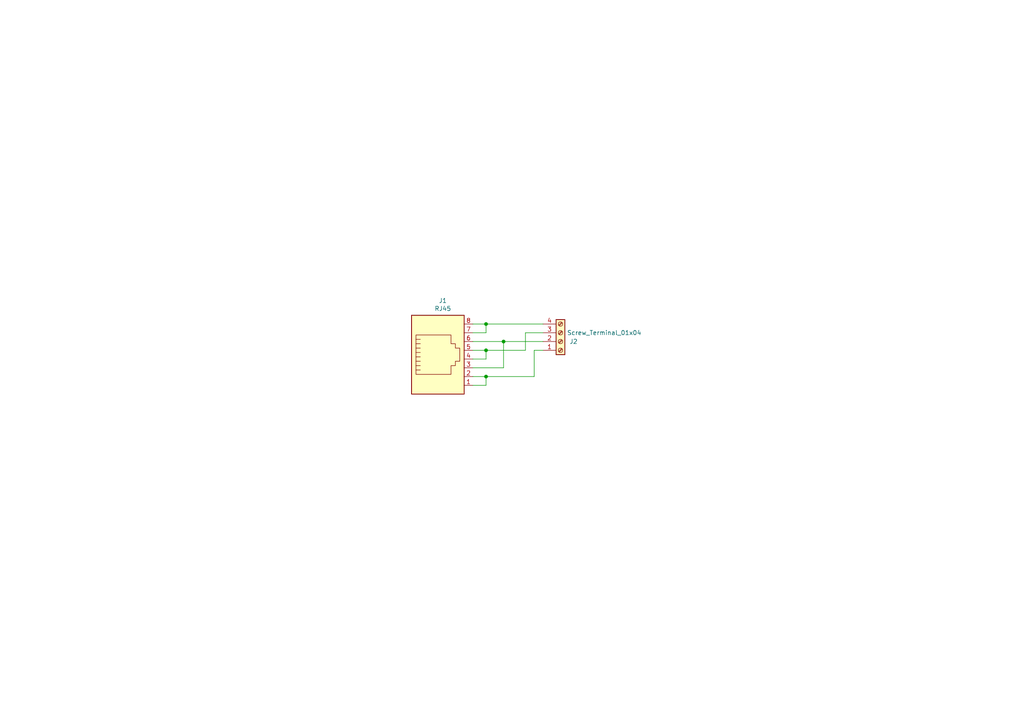
<source format=kicad_sch>
(kicad_sch (version 20211123) (generator eeschema)
  (paper "A4")
  (title_block (title "1 channel RJ45 breakout board") (date "2022-04-01") (rev "V1"))
  (lib_symbols
    (symbol "Connector:RJ45" (pin_names (offset 1.016))
      (property "Reference" "J" (at -5.08 13.97 0))
      (property "Value" "RJ45" (at 2.54 13.97 0))
      (symbol "RJ45_0_1"
        (polyline (pts (xy -5.08 4.445) (xy -6.35 4.445)))
        (polyline (pts (xy -5.08 5.715) (xy -6.35 5.715)))
        (polyline (pts (xy -6.35 -3.175) (xy -5.08 -3.175) (xy -5.08 -3.175)))
        (polyline (pts (xy -6.35 -1.905) (xy -5.08 -1.905) (xy -5.08 -1.905)))
        (polyline (pts (xy -6.35 -0.635) (xy -5.08 -0.635) (xy -5.08 -0.635)))
        (polyline (pts (xy -6.35 0.635) (xy -5.08 0.635) (xy -5.08 0.635)))
        (polyline (pts (xy -6.35 1.905) (xy -5.08 1.905) (xy -5.08 1.905)))
        (polyline (pts (xy -5.08 3.175) (xy -6.35 3.175) (xy -6.35 3.175)))
        (polyline (pts (xy -6.35 -4.445) (xy -6.35 6.985) (xy 3.81 6.985) (xy 3.81 4.445) (xy 5.08 4.445) (xy 5.08 3.175) (xy 6.35 3.175) (xy 6.35 -0.635) (xy 5.08 -0.635) (xy 5.08 -1.905) (xy 3.81 -1.905) (xy 3.81 -4.445) (xy -6.35 -4.445) (xy -6.35 -4.445)))
        (rectangle (start 7.62 12.7) (end -7.62 -10.16) (stroke (width 0.254)) (fill (type background)))
      )
      (symbol "RJ45_1_1"
        (pin passive line (at 10.16 -7.62 180) (length 2.54) (name "~") (number "1"))
        (pin passive line (at 10.16 -5.08 180) (length 2.54) (name "~") (number "2"))
        (pin passive line (at 10.16 -2.54 180) (length 2.54) (name "~") (number "3"))
        (pin passive line (at 10.16 0 180) (length 2.54) (name "~") (number "4"))
        (pin passive line (at 10.16 2.54 180) (length 2.54) (name "~") (number "5"))
        (pin passive line (at 10.16 5.08 180) (length 2.54) (name "~") (number "6"))
        (pin passive line (at 10.16 7.62 180) (length 2.54) (name "~") (number "7"))
        (pin passive line (at 10.16 10.16 180) (length 2.54) (name "~") (number "8"))
      )
    )
    (symbol "Connector:Screw_Terminal_01x04" (pin_names (offset 1.016) hide)
      (property "Reference" "J" (at 0 5.08 0))
      (property "Value" "Screw_Terminal_01x04" (at 0 -7.62 0))
      (symbol "Screw_Terminal_01x04_1_1"
        (rectangle (start -1.27 3.81) (end 1.27 -6.35) (stroke (width 0.254)) (fill (type background)))
        (circle (center 0 -5.08) (radius 0.635) (stroke (width 0.1524)))
        (circle (center 0 -2.54) (radius 0.635) (stroke (width 0.1524)))
        (polyline (pts (xy -0.5334 -4.7498) (xy 0.3302 -5.588)) (stroke (width 0.1524)))
        (polyline (pts (xy -0.5334 -2.2098) (xy 0.3302 -3.048)) (stroke (width 0.1524)))
        (polyline (pts (xy -0.5334 0.3302) (xy 0.3302 -0.508)) (stroke (width 0.1524)))
        (polyline (pts (xy -0.5334 2.8702) (xy 0.3302 2.032)) (stroke (width 0.1524)))
        (polyline (pts (xy -0.3556 -4.572) (xy 0.508 -5.4102)) (stroke (width 0.1524)))
        (polyline (pts (xy -0.3556 -2.032) (xy 0.508 -2.8702)) (stroke (width 0.1524)))
        (polyline (pts (xy -0.3556 0.508) (xy 0.508 -0.3302)) (stroke (width 0.1524)))
        (polyline (pts (xy -0.3556 3.048) (xy 0.508 2.2098)) (stroke (width 0.1524)))
        (circle (center 0 0) (radius 0.635) (stroke (width 0.1524)))
        (circle (center 0 2.54) (radius 0.635) (stroke (width 0.1524)))
        (pin passive line (at -5.08 2.54 0) (length 3.81) (name "Pin_1") (number "1"))
        (pin passive line (at -5.08 0 0) (length 3.81) (name "Pin_2") (number "2"))
        (pin passive line (at -5.08 -2.54 0) (length 3.81) (name "Pin_3") (number "3"))
        (pin passive line (at -5.08 -5.08 0) (length 3.81) (name "Pin_4") (number "4"))
      )
    )
  )
  (junction (at 146.05 99.06))
  (junction (at 140.97 109.22))
  (junction (at 140.97 93.98))
  (junction (at 140.97 101.6))
  (wire (pts (xy 140.97 96.52) (xy 140.97 93.98)))
  (wire (pts (xy 137.16 104.14) (xy 140.97 104.14)))
  (wire (pts (xy 154.94 101.6) (xy 157.48 101.6)))
  (wire (pts (xy 140.97 93.98) (xy 137.16 93.98)))
  (wire (pts (xy 140.97 111.76) (xy 140.97 109.22)))
  (wire (pts (xy 152.4 101.6) (xy 152.4 96.52)))
  (wire (pts (xy 137.16 96.52) (xy 140.97 96.52)))
  (wire (pts (xy 140.97 101.6) (xy 137.16 101.6)))
  (wire (pts (xy 140.97 109.22) (xy 137.16 109.22)))
  (wire (pts (xy 146.05 99.06) (xy 137.16 99.06)))
  (wire (pts (xy 146.05 99.06) (xy 157.48 99.06)))
  (wire (pts (xy 140.97 101.6) (xy 152.4 101.6)))
  (wire (pts (xy 146.05 106.68) (xy 146.05 99.06)))
  (wire (pts (xy 140.97 93.98) (xy 157.48 93.98)))
  (wire (pts (xy 137.16 106.68) (xy 146.05 106.68)))
  (wire (pts (xy 154.94 109.22) (xy 154.94 101.6)))
  (wire (pts (xy 137.16 111.76) (xy 140.97 111.76)))
  (wire (pts (xy 140.97 104.14) (xy 140.97 101.6)))
  (wire (pts (xy 152.4 96.52) (xy 157.48 96.52)))
  (wire (pts (xy 140.97 109.22) (xy 154.94 109.22)))
  (symbol (lib_id "Connector:Screw_Terminal_01x04") (at 162.56 99.06 0) (mirror x) (unit 1)
    (property "Reference" "J2" (at 166.37 99.06 0))
    (property "Value" "Screw_Terminal_01x04" (at 175.26 96.52 0))
    (property "Footprint" "Tales:TerminalBlock_Phoenix_MKDS-3-4-5.08_1x04_P5.08mm_Horizontal" (effects hide))
    (property "Mfr" "Metaltex" (effects hide))
    (property "Mfr PN" "2x BR902V" (effects hide))
    (property "Vendor" "Eletropecas" (effects hide))
    (property "Vendor PN" "2x 29273" (effects hide))
  )
  (symbol (lib_id "Connector:RJ45") (at 127 104.14 0) (unit 1)
    (property "Reference" "J1" (at 128.4478 87.1982 0))
    (property "Value" "RJ45" (at 128.4478 89.5096 0))
    (property "Footprint" "Tales:RJ45_Amphenol_RJHSE5080" (effects hide))
    (property "Mfr" "Amphenol" (effects hide))
    (property "Mfr PN" "RJHSE-5080" (effects hide))
    (property "Vendor" "Mouser" (effects hide))
    (property "Vendor PN" "523-RJHSE-5080" (effects hide))
  )
)
</source>
